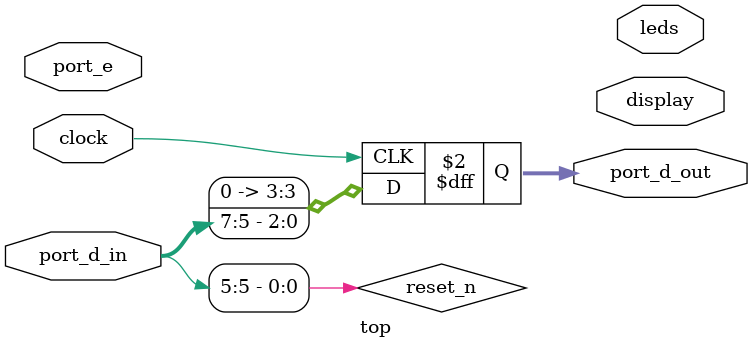
<source format=v>
module top
(
    input         clock,
    input  [7: 0] port_e,
    input  [7: 5] port_d_in,
    output reg [3: 0] port_d_out,
    output [1:12] display,
    output [7: 0] leds
);

wire reset_n = port_d_in [5];

/*
wire run     = port_d_in [6];

reg [7:0] data;
reg tag;
*/

/*
// Idea 1: Use run as a clock

always @(posedge run or negedge reset_n)
begin
    if (! reset_n)
    begin
        data <= 0;
        tag  <= 0;
    end
    else
    begin
        data <= port_e;
        tag  <= ! tag;
    end
end
*/

/*
// Idea 2: Variation - use run as a clock, add two registers

reg [7:0] data_1, data_2;
reg tag_1, tag_2;

always @(posedge run or negedge reset_n)
begin
    if (! reset_n)
    begin
        data_1 <= 0;
        tag_1  <= 0;
    end
    else
    begin
        data_1 <= port_e;
        tag_1  <= ! tag;
    end
end

always @(posedge clock or negedge reset_n)
begin
    if (! reset_n)
    begin
        data_2 <= 0;
        tag_2  <= 0;

        data   <= 0;
        tag    <= 0;
    end
    else
    begin
        data_2 <= data_1;
        tag_2  <= tag_1;

        data   <= data_2;
        tag    <= tag_2;
    end
end
*/

/*
// Idea 3: Use run as enable; use additional input as a tag

always @(posedge clock or negedge reset_n)
begin
    if (! reset_n)
    begin
        data <= 0;
        tag  <= 0;
    end
    else
    begin
        data <= port_e;
        tag  <= port_d_in [7];
    end
end

// Datapath

reg [7:0] add_a, add_b;
reg [7:0] mul_a, mul_b;

wire [7:0] add_result = add_a + add_b;
wire [7:0] mul_result = mul_a * mul_b;

// Main state machine - sequential

reg [7:0] r_add_result;
reg [7:0] r_mul_result;

reg [1:0] r_state;
reg       r_first_tag;
reg       r_prev_tag;

reg [1:0] state;
reg       first_tag;
reg       prev_tag;

// assign port_d_out = r_mul_result;
// assign port_d_out = r_state;
// assign port_d_out = { r_first_tag, r_prev_tag };
*/

/*
always @(posedge clock or negedge reset_n)
    if (! reset_n)
        port_d_out <= 0;
    else
        port_d_out <= port_f [3];
*/

always @(posedge clock)
    port_d_out <= port_d_in;

/*		  
		  
always @(*)
begin
    state      = r_state;
    first_tag  = r_first_tag;
    prev_tag   = r_prev_tag;

    add_a      = 0;
    add_b      = 0;
    mul_a      = 0;
    mul_b      = 0;

    case (r_state)
    0:
        if (first_tag || tag != prev_tag)
        begin
            first_tag  = 0;
            prev_tag   = tag;

            mul_a      = data;
            mul_b      = data;

            state      = 1;
        end

    1:
        begin
            add_a      = r_mul_result;
            add_b      = 3;

            state      = 2;
        end

    2:
        begin
            mul_a      = r_add_result;
            mul_b      = r_add_result;

            state      = 0;
        end
    endcase
end

always @(posedge clock or negedge reset_n)
begin
    if (! reset_n)
    begin
        r_add_result  <= 0;
        r_mul_result  <= 0;

        r_state       <= 0;
        r_first_tag   <= 1;
        r_prev_tag    <= 0;
    end
    else
    begin
        r_add_result  <= add_result;
        r_mul_result  <= mul_result;

        r_state       <= state;
        r_first_tag   <= first_tag;
        r_prev_tag    <= prev_tag;
    end
end
*/

endmodule

</source>
